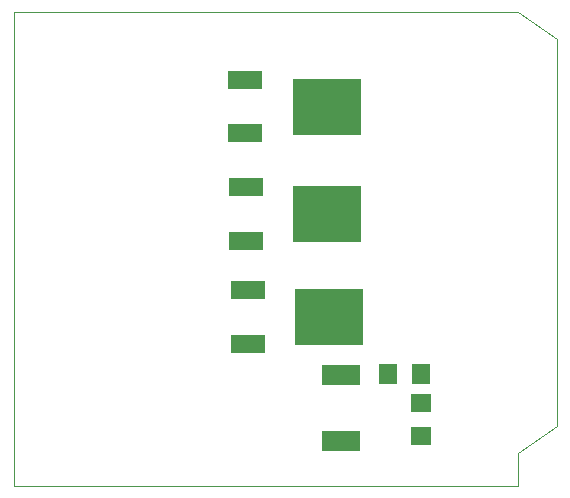
<source format=gbp>
G75*
%MOIN*%
%OFA0B0*%
%FSLAX25Y25*%
%IPPOS*%
%LPD*%
%AMOC8*
5,1,8,0,0,1.08239X$1,22.5*
%
%ADD10C,0.00000*%
%ADD11R,0.11811X0.06299*%
%ADD12R,0.22500X0.19000*%
%ADD13R,0.06299X0.07098*%
%ADD14R,0.07087X0.06299*%
%ADD15R,0.12598X0.07087*%
D10*
X0005867Y0006387D02*
X0005867Y0164387D01*
X0173867Y0164387D01*
X0186867Y0155387D01*
X0186867Y0026387D01*
X0173867Y0017387D01*
X0173867Y0006387D01*
X0005867Y0006387D01*
D11*
X0083985Y0053694D03*
X0083985Y0071647D03*
X0083260Y0088159D03*
X0083260Y0106112D03*
X0083064Y0123954D03*
X0083064Y0141907D03*
D12*
X0110221Y0132931D03*
X0110418Y0097135D03*
X0111142Y0062671D03*
D13*
X0130599Y0043907D03*
X0141796Y0043907D03*
D14*
X0141796Y0034088D03*
X0141796Y0023064D03*
D15*
X0115056Y0021497D03*
X0115056Y0043545D03*
M02*

</source>
